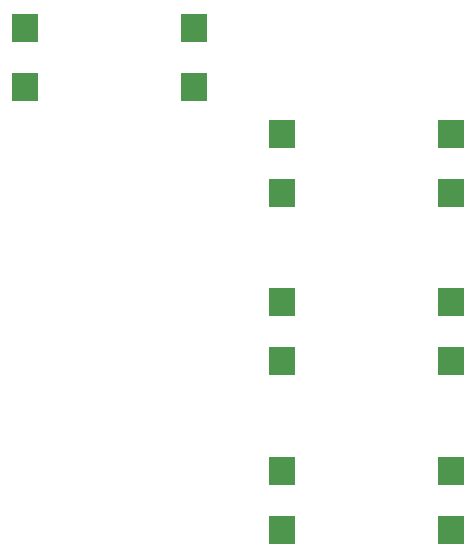
<source format=gbr>
G04 #@! TF.GenerationSoftware,KiCad,Pcbnew,(5.1.5)-3*
G04 #@! TF.CreationDate,2020-03-19T11:24:29+02:00*
G04 #@! TF.ProjectId,LeftPanel,4c656674-5061-46e6-956c-2e6b69636164,rev?*
G04 #@! TF.SameCoordinates,Original*
G04 #@! TF.FileFunction,Soldermask,Top*
G04 #@! TF.FilePolarity,Negative*
%FSLAX46Y46*%
G04 Gerber Fmt 4.6, Leading zero omitted, Abs format (unit mm)*
G04 Created by KiCad (PCBNEW (5.1.5)-3) date 2020-03-19 11:24:29*
%MOMM*%
%LPD*%
G04 APERTURE LIST*
%ADD10R,2.300000X2.400000*%
G04 APERTURE END LIST*
D10*
X62975000Y-164750000D03*
X77275000Y-164750000D03*
X62975000Y-169750000D03*
X77275000Y-169750000D03*
X62975000Y-150500000D03*
X77275000Y-150500000D03*
X62975000Y-155500000D03*
X77275000Y-155500000D03*
X62975000Y-136250000D03*
X77275000Y-136250000D03*
X62975000Y-141250000D03*
X77275000Y-141250000D03*
X41225000Y-127250000D03*
X55525000Y-127250000D03*
X41225000Y-132250000D03*
X55525000Y-132250000D03*
M02*

</source>
